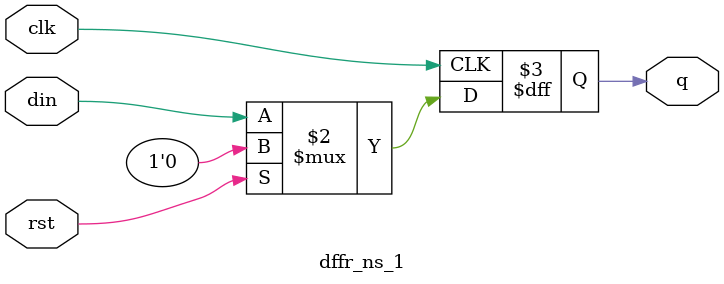
<source format=v>
module dffr_ns_1 (din, clk, rst, q);
parameter SIZE = 1;
input	[SIZE-1:0]	din ;	
input			clk ;	
input			rst ;	
output	[SIZE-1:0]	q ;	
reg 	[SIZE-1:0]	q ;
always @ (posedge clk)
  q[SIZE-1:0] <= rst ? {SIZE{1'b0}} : din[SIZE-1:0];
endmodule
</source>
